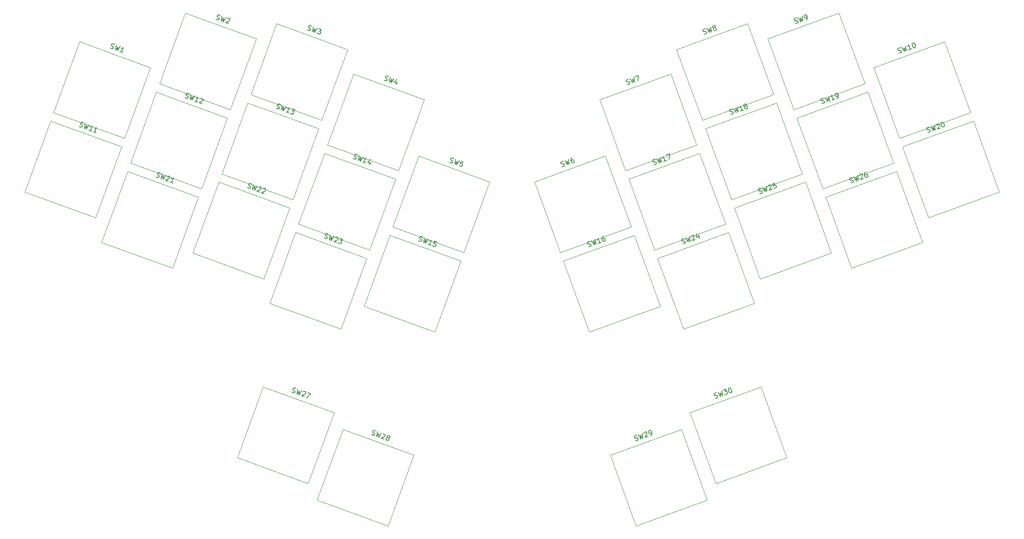
<source format=gbr>
%TF.GenerationSoftware,KiCad,Pcbnew,7.0.1*%
%TF.CreationDate,2024-06-17T16:10:21-04:00*%
%TF.ProjectId,goober-wi,676f6f62-6572-42d7-9769-2e6b69636164,rev?*%
%TF.SameCoordinates,Original*%
%TF.FileFunction,Legend,Top*%
%TF.FilePolarity,Positive*%
%FSLAX46Y46*%
G04 Gerber Fmt 4.6, Leading zero omitted, Abs format (unit mm)*
G04 Created by KiCad (PCBNEW 7.0.1) date 2024-06-17 16:10:21*
%MOMM*%
%LPD*%
G01*
G04 APERTURE LIST*
%ADD10C,0.150000*%
%ADD11C,0.120000*%
G04 APERTURE END LIST*
D10*
%TO.C,SW30*%
X184623416Y-124462722D02*
X184773944Y-124458609D01*
X184773944Y-124458609D02*
X184997681Y-124377175D01*
X184997681Y-124377175D02*
X185070888Y-124299855D01*
X185070888Y-124299855D02*
X185099349Y-124238821D01*
X185099349Y-124238821D02*
X185111523Y-124133040D01*
X185111523Y-124133040D02*
X185078950Y-124043545D01*
X185078950Y-124043545D02*
X185001629Y-123970337D01*
X185001629Y-123970337D02*
X184940595Y-123941877D01*
X184940595Y-123941877D02*
X184834814Y-123929703D01*
X184834814Y-123929703D02*
X184639538Y-123950102D01*
X184639538Y-123950102D02*
X184533757Y-123937928D01*
X184533757Y-123937928D02*
X184472723Y-123909468D01*
X184472723Y-123909468D02*
X184395402Y-123836260D01*
X184395402Y-123836260D02*
X184362829Y-123746765D01*
X184362829Y-123746765D02*
X184375003Y-123640984D01*
X184375003Y-123640984D02*
X184403463Y-123579950D01*
X184403463Y-123579950D02*
X184476671Y-123502629D01*
X184476671Y-123502629D02*
X184700408Y-123421196D01*
X184700408Y-123421196D02*
X184850936Y-123417083D01*
X185147880Y-123258329D02*
X185713637Y-124116589D01*
X185713637Y-124116589D02*
X185648326Y-123380233D01*
X185648326Y-123380233D02*
X186071615Y-123986295D01*
X186071615Y-123986295D02*
X185953331Y-122965169D01*
X186221815Y-122867449D02*
X186803529Y-122655722D01*
X186803529Y-122655722D02*
X186620592Y-123127707D01*
X186620592Y-123127707D02*
X186754833Y-123078847D01*
X186754833Y-123078847D02*
X186860615Y-123091021D01*
X186860615Y-123091021D02*
X186921649Y-123119482D01*
X186921649Y-123119482D02*
X186998969Y-123192690D01*
X186998969Y-123192690D02*
X187080403Y-123416426D01*
X187080403Y-123416426D02*
X187068229Y-123522207D01*
X187068229Y-123522207D02*
X187039768Y-123583241D01*
X187039768Y-123583241D02*
X186966560Y-123660562D01*
X186966560Y-123660562D02*
X186698077Y-123758282D01*
X186698077Y-123758282D02*
X186592295Y-123746108D01*
X186592295Y-123746108D02*
X186531261Y-123717647D01*
X187385244Y-122443996D02*
X187474738Y-122411422D01*
X187474738Y-122411422D02*
X187580519Y-122423596D01*
X187580519Y-122423596D02*
X187641553Y-122452057D01*
X187641553Y-122452057D02*
X187718874Y-122525265D01*
X187718874Y-122525265D02*
X187828768Y-122687967D01*
X187828768Y-122687967D02*
X187910201Y-122911703D01*
X187910201Y-122911703D02*
X187930601Y-123106979D01*
X187930601Y-123106979D02*
X187918427Y-123212760D01*
X187918427Y-123212760D02*
X187889966Y-123273794D01*
X187889966Y-123273794D02*
X187816758Y-123351115D01*
X187816758Y-123351115D02*
X187727264Y-123383688D01*
X187727264Y-123383688D02*
X187621483Y-123371514D01*
X187621483Y-123371514D02*
X187560449Y-123343054D01*
X187560449Y-123343054D02*
X187483128Y-123269846D01*
X187483128Y-123269846D02*
X187373234Y-123107144D01*
X187373234Y-123107144D02*
X187291801Y-122883407D01*
X187291801Y-122883407D02*
X187271401Y-122688131D01*
X187271401Y-122688131D02*
X187283575Y-122582350D01*
X187283575Y-122582350D02*
X187312036Y-122521316D01*
X187312036Y-122521316D02*
X187385244Y-122443996D01*
%TO.C,SW3*%
X102569905Y-50195773D02*
X102687860Y-50289381D01*
X102687860Y-50289381D02*
X102911597Y-50370814D01*
X102911597Y-50370814D02*
X103017378Y-50358640D01*
X103017378Y-50358640D02*
X103078412Y-50330179D01*
X103078412Y-50330179D02*
X103155732Y-50256972D01*
X103155732Y-50256972D02*
X103188306Y-50167477D01*
X103188306Y-50167477D02*
X103176132Y-50061696D01*
X103176132Y-50061696D02*
X103147671Y-50000662D01*
X103147671Y-50000662D02*
X103074463Y-49923341D01*
X103074463Y-49923341D02*
X102911761Y-49813447D01*
X102911761Y-49813447D02*
X102838553Y-49736127D01*
X102838553Y-49736127D02*
X102810092Y-49675093D01*
X102810092Y-49675093D02*
X102797919Y-49569312D01*
X102797919Y-49569312D02*
X102830492Y-49479817D01*
X102830492Y-49479817D02*
X102907813Y-49406609D01*
X102907813Y-49406609D02*
X102968846Y-49378149D01*
X102968846Y-49378149D02*
X103074628Y-49365975D01*
X103074628Y-49365975D02*
X103298364Y-49447408D01*
X103298364Y-49447408D02*
X103416319Y-49541015D01*
X103745837Y-49610275D02*
X103627553Y-50631401D01*
X103627553Y-50631401D02*
X104050842Y-50025338D01*
X104050842Y-50025338D02*
X103985531Y-50761694D01*
X103985531Y-50761694D02*
X104551288Y-49903435D01*
X104819771Y-50001155D02*
X105401486Y-50212882D01*
X105401486Y-50212882D02*
X104957961Y-50456853D01*
X104957961Y-50456853D02*
X105092203Y-50505713D01*
X105092203Y-50505713D02*
X105165411Y-50583034D01*
X105165411Y-50583034D02*
X105193872Y-50644068D01*
X105193872Y-50644068D02*
X105206045Y-50749849D01*
X105206045Y-50749849D02*
X105124612Y-50973585D01*
X105124612Y-50973585D02*
X105047291Y-51046793D01*
X105047291Y-51046793D02*
X104986258Y-51075254D01*
X104986258Y-51075254D02*
X104880476Y-51087428D01*
X104880476Y-51087428D02*
X104611993Y-50989707D01*
X104611993Y-50989707D02*
X104538785Y-50912387D01*
X104538785Y-50912387D02*
X104510324Y-50851353D01*
%TO.C,SW10*%
X221570973Y-54932743D02*
X221721501Y-54928630D01*
X221721501Y-54928630D02*
X221945238Y-54847196D01*
X221945238Y-54847196D02*
X222018445Y-54769876D01*
X222018445Y-54769876D02*
X222046906Y-54708842D01*
X222046906Y-54708842D02*
X222059080Y-54603061D01*
X222059080Y-54603061D02*
X222026507Y-54513566D01*
X222026507Y-54513566D02*
X221949186Y-54440358D01*
X221949186Y-54440358D02*
X221888152Y-54411898D01*
X221888152Y-54411898D02*
X221782371Y-54399724D01*
X221782371Y-54399724D02*
X221587095Y-54420123D01*
X221587095Y-54420123D02*
X221481314Y-54407949D01*
X221481314Y-54407949D02*
X221420280Y-54379489D01*
X221420280Y-54379489D02*
X221342959Y-54306281D01*
X221342959Y-54306281D02*
X221310386Y-54216786D01*
X221310386Y-54216786D02*
X221322560Y-54111005D01*
X221322560Y-54111005D02*
X221351020Y-54049971D01*
X221351020Y-54049971D02*
X221424228Y-53972650D01*
X221424228Y-53972650D02*
X221647965Y-53891217D01*
X221647965Y-53891217D02*
X221798493Y-53887104D01*
X222095437Y-53728350D02*
X222661194Y-54586610D01*
X222661194Y-54586610D02*
X222595883Y-53850254D01*
X222595883Y-53850254D02*
X223019172Y-54456316D01*
X223019172Y-54456316D02*
X222900888Y-53435190D01*
X224093106Y-54065436D02*
X223556139Y-54260876D01*
X223824623Y-54163156D02*
X223482603Y-53223464D01*
X223482603Y-53223464D02*
X223441968Y-53390279D01*
X223441968Y-53390279D02*
X223385047Y-53512347D01*
X223385047Y-53512347D02*
X223311839Y-53589667D01*
X224332801Y-52914017D02*
X224422295Y-52881443D01*
X224422295Y-52881443D02*
X224528076Y-52893617D01*
X224528076Y-52893617D02*
X224589110Y-52922078D01*
X224589110Y-52922078D02*
X224666431Y-52995286D01*
X224666431Y-52995286D02*
X224776325Y-53157988D01*
X224776325Y-53157988D02*
X224857758Y-53381724D01*
X224857758Y-53381724D02*
X224878158Y-53577000D01*
X224878158Y-53577000D02*
X224865984Y-53682781D01*
X224865984Y-53682781D02*
X224837523Y-53743815D01*
X224837523Y-53743815D02*
X224764315Y-53821136D01*
X224764315Y-53821136D02*
X224674821Y-53853709D01*
X224674821Y-53853709D02*
X224569040Y-53841535D01*
X224569040Y-53841535D02*
X224508006Y-53813075D01*
X224508006Y-53813075D02*
X224430685Y-53739867D01*
X224430685Y-53739867D02*
X224320791Y-53577165D01*
X224320791Y-53577165D02*
X224239358Y-53353428D01*
X224239358Y-53353428D02*
X224218958Y-53158152D01*
X224218958Y-53158152D02*
X224231132Y-53052371D01*
X224231132Y-53052371D02*
X224259593Y-52991337D01*
X224259593Y-52991337D02*
X224332801Y-52914017D01*
%TO.C,SW5*%
X131165931Y-76885795D02*
X131283886Y-76979403D01*
X131283886Y-76979403D02*
X131507623Y-77060836D01*
X131507623Y-77060836D02*
X131613404Y-77048662D01*
X131613404Y-77048662D02*
X131674438Y-77020201D01*
X131674438Y-77020201D02*
X131751758Y-76946994D01*
X131751758Y-76946994D02*
X131784332Y-76857499D01*
X131784332Y-76857499D02*
X131772158Y-76751718D01*
X131772158Y-76751718D02*
X131743697Y-76690684D01*
X131743697Y-76690684D02*
X131670489Y-76613363D01*
X131670489Y-76613363D02*
X131507787Y-76503469D01*
X131507787Y-76503469D02*
X131434579Y-76426149D01*
X131434579Y-76426149D02*
X131406118Y-76365115D01*
X131406118Y-76365115D02*
X131393945Y-76259334D01*
X131393945Y-76259334D02*
X131426518Y-76169839D01*
X131426518Y-76169839D02*
X131503839Y-76096631D01*
X131503839Y-76096631D02*
X131564872Y-76068171D01*
X131564872Y-76068171D02*
X131670654Y-76055997D01*
X131670654Y-76055997D02*
X131894390Y-76137430D01*
X131894390Y-76137430D02*
X132012345Y-76231037D01*
X132341863Y-76300297D02*
X132223579Y-77321423D01*
X132223579Y-77321423D02*
X132646868Y-76715360D01*
X132646868Y-76715360D02*
X132581557Y-77451716D01*
X132581557Y-77451716D02*
X133147314Y-76593457D01*
X133952764Y-76886617D02*
X133505292Y-76723750D01*
X133505292Y-76723750D02*
X133297678Y-77154936D01*
X133297678Y-77154936D02*
X133358712Y-77126476D01*
X133358712Y-77126476D02*
X133464493Y-77114302D01*
X133464493Y-77114302D02*
X133688229Y-77195735D01*
X133688229Y-77195735D02*
X133761437Y-77273056D01*
X133761437Y-77273056D02*
X133789898Y-77334090D01*
X133789898Y-77334090D02*
X133802071Y-77439871D01*
X133802071Y-77439871D02*
X133720638Y-77663607D01*
X133720638Y-77663607D02*
X133643317Y-77736815D01*
X133643317Y-77736815D02*
X133582284Y-77765276D01*
X133582284Y-77765276D02*
X133476502Y-77777450D01*
X133476502Y-77777450D02*
X133252766Y-77696016D01*
X133252766Y-77696016D02*
X133179558Y-77618696D01*
X133179558Y-77618696D02*
X133151097Y-77557662D01*
%TO.C,SW28*%
X115469028Y-131777513D02*
X115586983Y-131871121D01*
X115586983Y-131871121D02*
X115810719Y-131952554D01*
X115810719Y-131952554D02*
X115916501Y-131940380D01*
X115916501Y-131940380D02*
X115977535Y-131911919D01*
X115977535Y-131911919D02*
X116054855Y-131838712D01*
X116054855Y-131838712D02*
X116087429Y-131749217D01*
X116087429Y-131749217D02*
X116075255Y-131643436D01*
X116075255Y-131643436D02*
X116046794Y-131582402D01*
X116046794Y-131582402D02*
X115973586Y-131505081D01*
X115973586Y-131505081D02*
X115810884Y-131395187D01*
X115810884Y-131395187D02*
X115737676Y-131317867D01*
X115737676Y-131317867D02*
X115709215Y-131256833D01*
X115709215Y-131256833D02*
X115697041Y-131151052D01*
X115697041Y-131151052D02*
X115729615Y-131061557D01*
X115729615Y-131061557D02*
X115806935Y-130988349D01*
X115806935Y-130988349D02*
X115867969Y-130959889D01*
X115867969Y-130959889D02*
X115973751Y-130947715D01*
X115973751Y-130947715D02*
X116197487Y-131029148D01*
X116197487Y-131029148D02*
X116315442Y-131122755D01*
X116644960Y-131192015D02*
X116526676Y-132213141D01*
X116526676Y-132213141D02*
X116949965Y-131607078D01*
X116949965Y-131607078D02*
X116884654Y-132343434D01*
X116884654Y-132343434D02*
X117450410Y-131485175D01*
X117731068Y-131688676D02*
X117792102Y-131660216D01*
X117792102Y-131660216D02*
X117897883Y-131648042D01*
X117897883Y-131648042D02*
X118121619Y-131729475D01*
X118121619Y-131729475D02*
X118194827Y-131806796D01*
X118194827Y-131806796D02*
X118223288Y-131867830D01*
X118223288Y-131867830D02*
X118235462Y-131973611D01*
X118235462Y-131973611D02*
X118202888Y-132063105D01*
X118202888Y-132063105D02*
X118109281Y-132181060D01*
X118109281Y-132181060D02*
X117376874Y-132522588D01*
X117376874Y-132522588D02*
X117958588Y-132734314D01*
X118690996Y-132392787D02*
X118617788Y-132315467D01*
X118617788Y-132315467D02*
X118589327Y-132254433D01*
X118589327Y-132254433D02*
X118577153Y-132148651D01*
X118577153Y-132148651D02*
X118593440Y-132103904D01*
X118593440Y-132103904D02*
X118670760Y-132030696D01*
X118670760Y-132030696D02*
X118731794Y-132002236D01*
X118731794Y-132002236D02*
X118837576Y-131990062D01*
X118837576Y-131990062D02*
X119016565Y-132055208D01*
X119016565Y-132055208D02*
X119089773Y-132132529D01*
X119089773Y-132132529D02*
X119118233Y-132193563D01*
X119118233Y-132193563D02*
X119130407Y-132299344D01*
X119130407Y-132299344D02*
X119114120Y-132344091D01*
X119114120Y-132344091D02*
X119036800Y-132417299D01*
X119036800Y-132417299D02*
X118975766Y-132445760D01*
X118975766Y-132445760D02*
X118869985Y-132457934D01*
X118869985Y-132457934D02*
X118690996Y-132392787D01*
X118690996Y-132392787D02*
X118585214Y-132404961D01*
X118585214Y-132404961D02*
X118524180Y-132433422D01*
X118524180Y-132433422D02*
X118446860Y-132506630D01*
X118446860Y-132506630D02*
X118381713Y-132685619D01*
X118381713Y-132685619D02*
X118393887Y-132791400D01*
X118393887Y-132791400D02*
X118422348Y-132852434D01*
X118422348Y-132852434D02*
X118495555Y-132929754D01*
X118495555Y-132929754D02*
X118674545Y-132994901D01*
X118674545Y-132994901D02*
X118780326Y-132982727D01*
X118780326Y-132982727D02*
X118841360Y-132954267D01*
X118841360Y-132954267D02*
X118918680Y-132881059D01*
X118918680Y-132881059D02*
X118983827Y-132702070D01*
X118983827Y-132702070D02*
X118971653Y-132596288D01*
X118971653Y-132596288D02*
X118943192Y-132535254D01*
X118943192Y-132535254D02*
X118869985Y-132457934D01*
%TO.C,SW22*%
X90493747Y-81982455D02*
X90611702Y-82076063D01*
X90611702Y-82076063D02*
X90835438Y-82157496D01*
X90835438Y-82157496D02*
X90941220Y-82145322D01*
X90941220Y-82145322D02*
X91002254Y-82116861D01*
X91002254Y-82116861D02*
X91079574Y-82043654D01*
X91079574Y-82043654D02*
X91112148Y-81954159D01*
X91112148Y-81954159D02*
X91099974Y-81848378D01*
X91099974Y-81848378D02*
X91071513Y-81787344D01*
X91071513Y-81787344D02*
X90998305Y-81710023D01*
X90998305Y-81710023D02*
X90835603Y-81600129D01*
X90835603Y-81600129D02*
X90762395Y-81522809D01*
X90762395Y-81522809D02*
X90733934Y-81461775D01*
X90733934Y-81461775D02*
X90721760Y-81355994D01*
X90721760Y-81355994D02*
X90754334Y-81266499D01*
X90754334Y-81266499D02*
X90831654Y-81193291D01*
X90831654Y-81193291D02*
X90892688Y-81164831D01*
X90892688Y-81164831D02*
X90998470Y-81152657D01*
X90998470Y-81152657D02*
X91222206Y-81234090D01*
X91222206Y-81234090D02*
X91340161Y-81327697D01*
X91669679Y-81396957D02*
X91551395Y-82418083D01*
X91551395Y-82418083D02*
X91974684Y-81812020D01*
X91974684Y-81812020D02*
X91909373Y-82548376D01*
X91909373Y-82548376D02*
X92475129Y-81690117D01*
X92755787Y-81893618D02*
X92816821Y-81865158D01*
X92816821Y-81865158D02*
X92922602Y-81852984D01*
X92922602Y-81852984D02*
X93146338Y-81934417D01*
X93146338Y-81934417D02*
X93219546Y-82011738D01*
X93219546Y-82011738D02*
X93248007Y-82072772D01*
X93248007Y-82072772D02*
X93260181Y-82178553D01*
X93260181Y-82178553D02*
X93227607Y-82268047D01*
X93227607Y-82268047D02*
X93134000Y-82386002D01*
X93134000Y-82386002D02*
X92401593Y-82727530D01*
X92401593Y-82727530D02*
X92983307Y-82939256D01*
X93650732Y-82219352D02*
X93711766Y-82190891D01*
X93711766Y-82190891D02*
X93817547Y-82178717D01*
X93817547Y-82178717D02*
X94041284Y-82260150D01*
X94041284Y-82260150D02*
X94114492Y-82337471D01*
X94114492Y-82337471D02*
X94142952Y-82398505D01*
X94142952Y-82398505D02*
X94155126Y-82504286D01*
X94155126Y-82504286D02*
X94122553Y-82593781D01*
X94122553Y-82593781D02*
X94028945Y-82711736D01*
X94028945Y-82711736D02*
X93296538Y-83053263D01*
X93296538Y-83053263D02*
X93878253Y-83264990D01*
%TO.C,SW14*%
X111768971Y-76157736D02*
X111886926Y-76251344D01*
X111886926Y-76251344D02*
X112110662Y-76332777D01*
X112110662Y-76332777D02*
X112216444Y-76320603D01*
X112216444Y-76320603D02*
X112277478Y-76292142D01*
X112277478Y-76292142D02*
X112354798Y-76218935D01*
X112354798Y-76218935D02*
X112387372Y-76129440D01*
X112387372Y-76129440D02*
X112375198Y-76023659D01*
X112375198Y-76023659D02*
X112346737Y-75962625D01*
X112346737Y-75962625D02*
X112273529Y-75885304D01*
X112273529Y-75885304D02*
X112110827Y-75775410D01*
X112110827Y-75775410D02*
X112037619Y-75698090D01*
X112037619Y-75698090D02*
X112009158Y-75637056D01*
X112009158Y-75637056D02*
X111996984Y-75531275D01*
X111996984Y-75531275D02*
X112029558Y-75441780D01*
X112029558Y-75441780D02*
X112106878Y-75368572D01*
X112106878Y-75368572D02*
X112167912Y-75340112D01*
X112167912Y-75340112D02*
X112273694Y-75327938D01*
X112273694Y-75327938D02*
X112497430Y-75409371D01*
X112497430Y-75409371D02*
X112615385Y-75502978D01*
X112944903Y-75572238D02*
X112826619Y-76593364D01*
X112826619Y-76593364D02*
X113249908Y-75987301D01*
X113249908Y-75987301D02*
X113184597Y-76723657D01*
X113184597Y-76723657D02*
X113750353Y-75865398D01*
X114258531Y-77114537D02*
X113721564Y-76919097D01*
X113990048Y-77016817D02*
X114332068Y-76077125D01*
X114332068Y-76077125D02*
X114193713Y-76178793D01*
X114193713Y-76178793D02*
X114071645Y-76235714D01*
X114071645Y-76235714D02*
X113965864Y-76247888D01*
X115291995Y-76781236D02*
X115063982Y-77407697D01*
X115198553Y-76341824D02*
X114730516Y-76931600D01*
X114730516Y-76931600D02*
X115312231Y-77143327D01*
%TO.C,SW1*%
X62926628Y-53857822D02*
X63044583Y-53951430D01*
X63044583Y-53951430D02*
X63268320Y-54032863D01*
X63268320Y-54032863D02*
X63374101Y-54020689D01*
X63374101Y-54020689D02*
X63435135Y-53992228D01*
X63435135Y-53992228D02*
X63512455Y-53919021D01*
X63512455Y-53919021D02*
X63545029Y-53829526D01*
X63545029Y-53829526D02*
X63532855Y-53723745D01*
X63532855Y-53723745D02*
X63504394Y-53662711D01*
X63504394Y-53662711D02*
X63431186Y-53585390D01*
X63431186Y-53585390D02*
X63268484Y-53475496D01*
X63268484Y-53475496D02*
X63195276Y-53398176D01*
X63195276Y-53398176D02*
X63166815Y-53337142D01*
X63166815Y-53337142D02*
X63154642Y-53231361D01*
X63154642Y-53231361D02*
X63187215Y-53141866D01*
X63187215Y-53141866D02*
X63264536Y-53068658D01*
X63264536Y-53068658D02*
X63325569Y-53040198D01*
X63325569Y-53040198D02*
X63431351Y-53028024D01*
X63431351Y-53028024D02*
X63655087Y-53109457D01*
X63655087Y-53109457D02*
X63773042Y-53203064D01*
X64102560Y-53272324D02*
X63984276Y-54293450D01*
X63984276Y-54293450D02*
X64407565Y-53687387D01*
X64407565Y-53687387D02*
X64342254Y-54423743D01*
X64342254Y-54423743D02*
X64908011Y-53565484D01*
X65416188Y-54814623D02*
X64879221Y-54619183D01*
X65147705Y-54716903D02*
X65489725Y-53777211D01*
X65489725Y-53777211D02*
X65351370Y-53878879D01*
X65351370Y-53878879D02*
X65229302Y-53935800D01*
X65229302Y-53935800D02*
X65123521Y-53947974D01*
%TO.C,SW19*%
X206110091Y-65082799D02*
X206260619Y-65078686D01*
X206260619Y-65078686D02*
X206484356Y-64997252D01*
X206484356Y-64997252D02*
X206557563Y-64919932D01*
X206557563Y-64919932D02*
X206586024Y-64858898D01*
X206586024Y-64858898D02*
X206598198Y-64753117D01*
X206598198Y-64753117D02*
X206565625Y-64663622D01*
X206565625Y-64663622D02*
X206488304Y-64590414D01*
X206488304Y-64590414D02*
X206427270Y-64561954D01*
X206427270Y-64561954D02*
X206321489Y-64549780D01*
X206321489Y-64549780D02*
X206126213Y-64570179D01*
X206126213Y-64570179D02*
X206020432Y-64558005D01*
X206020432Y-64558005D02*
X205959398Y-64529545D01*
X205959398Y-64529545D02*
X205882077Y-64456337D01*
X205882077Y-64456337D02*
X205849504Y-64366842D01*
X205849504Y-64366842D02*
X205861678Y-64261061D01*
X205861678Y-64261061D02*
X205890138Y-64200027D01*
X205890138Y-64200027D02*
X205963346Y-64122706D01*
X205963346Y-64122706D02*
X206187083Y-64041273D01*
X206187083Y-64041273D02*
X206337611Y-64037160D01*
X206634555Y-63878406D02*
X207200312Y-64736666D01*
X207200312Y-64736666D02*
X207135001Y-64000310D01*
X207135001Y-64000310D02*
X207558290Y-64606372D01*
X207558290Y-64606372D02*
X207440006Y-63585246D01*
X208632224Y-64215492D02*
X208095257Y-64410932D01*
X208363741Y-64313212D02*
X208021721Y-63373520D01*
X208021721Y-63373520D02*
X207981086Y-63540335D01*
X207981086Y-63540335D02*
X207924165Y-63662403D01*
X207924165Y-63662403D02*
X207850957Y-63739723D01*
X209079697Y-64052625D02*
X209258686Y-63987479D01*
X209258686Y-63987479D02*
X209331894Y-63910158D01*
X209331894Y-63910158D02*
X209360355Y-63849124D01*
X209360355Y-63849124D02*
X209400989Y-63682309D01*
X209400989Y-63682309D02*
X209380590Y-63487033D01*
X209380590Y-63487033D02*
X209250296Y-63129055D01*
X209250296Y-63129055D02*
X209172976Y-63055847D01*
X209172976Y-63055847D02*
X209111942Y-63027387D01*
X209111942Y-63027387D02*
X209006160Y-63015213D01*
X209006160Y-63015213D02*
X208827171Y-63080359D01*
X208827171Y-63080359D02*
X208753964Y-63157680D01*
X208753964Y-63157680D02*
X208725503Y-63218714D01*
X208725503Y-63218714D02*
X208713329Y-63324495D01*
X208713329Y-63324495D02*
X208794762Y-63548231D01*
X208794762Y-63548231D02*
X208872083Y-63621439D01*
X208872083Y-63621439D02*
X208933117Y-63649900D01*
X208933117Y-63649900D02*
X209038898Y-63662074D01*
X209038898Y-63662074D02*
X209217887Y-63596927D01*
X209217887Y-63596927D02*
X209291095Y-63519607D01*
X209291095Y-63519607D02*
X209319556Y-63458573D01*
X209319556Y-63458573D02*
X209331730Y-63352791D01*
%TO.C,SW6*%
X153779143Y-77797849D02*
X153929671Y-77793736D01*
X153929671Y-77793736D02*
X154153408Y-77712302D01*
X154153408Y-77712302D02*
X154226616Y-77634982D01*
X154226616Y-77634982D02*
X154255076Y-77573948D01*
X154255076Y-77573948D02*
X154267250Y-77468167D01*
X154267250Y-77468167D02*
X154234677Y-77378672D01*
X154234677Y-77378672D02*
X154157356Y-77305464D01*
X154157356Y-77305464D02*
X154096322Y-77277004D01*
X154096322Y-77277004D02*
X153990541Y-77264830D01*
X153990541Y-77264830D02*
X153795265Y-77285229D01*
X153795265Y-77285229D02*
X153689484Y-77273055D01*
X153689484Y-77273055D02*
X153628450Y-77244595D01*
X153628450Y-77244595D02*
X153551129Y-77171387D01*
X153551129Y-77171387D02*
X153518556Y-77081892D01*
X153518556Y-77081892D02*
X153530730Y-76976111D01*
X153530730Y-76976111D02*
X153559191Y-76915077D01*
X153559191Y-76915077D02*
X153632398Y-76837757D01*
X153632398Y-76837757D02*
X153856135Y-76756323D01*
X153856135Y-76756323D02*
X154006663Y-76752210D01*
X154303608Y-76593456D02*
X154869364Y-77451716D01*
X154869364Y-77451716D02*
X154804053Y-76715360D01*
X154804053Y-76715360D02*
X155227342Y-77321422D01*
X155227342Y-77321422D02*
X155109058Y-76300296D01*
X155869762Y-76023423D02*
X155690773Y-76088570D01*
X155690773Y-76088570D02*
X155617565Y-76165890D01*
X155617565Y-76165890D02*
X155589104Y-76226924D01*
X155589104Y-76226924D02*
X155548470Y-76393739D01*
X155548470Y-76393739D02*
X155568869Y-76589015D01*
X155568869Y-76589015D02*
X155699163Y-76946993D01*
X155699163Y-76946993D02*
X155776483Y-77020201D01*
X155776483Y-77020201D02*
X155837517Y-77048662D01*
X155837517Y-77048662D02*
X155943298Y-77060836D01*
X155943298Y-77060836D02*
X156122287Y-76995689D01*
X156122287Y-76995689D02*
X156195495Y-76918368D01*
X156195495Y-76918368D02*
X156223956Y-76857334D01*
X156223956Y-76857334D02*
X156236130Y-76751553D01*
X156236130Y-76751553D02*
X156154696Y-76527817D01*
X156154696Y-76527817D02*
X156077376Y-76454609D01*
X156077376Y-76454609D02*
X156016342Y-76426148D01*
X156016342Y-76426148D02*
X155910561Y-76413974D01*
X155910561Y-76413974D02*
X155731572Y-76479121D01*
X155731572Y-76479121D02*
X155658364Y-76556442D01*
X155658364Y-76556442D02*
X155629903Y-76617476D01*
X155629903Y-76617476D02*
X155617729Y-76723257D01*
%TO.C,SW4*%
X118030787Y-60345829D02*
X118148742Y-60439437D01*
X118148742Y-60439437D02*
X118372479Y-60520870D01*
X118372479Y-60520870D02*
X118478260Y-60508696D01*
X118478260Y-60508696D02*
X118539294Y-60480235D01*
X118539294Y-60480235D02*
X118616614Y-60407028D01*
X118616614Y-60407028D02*
X118649188Y-60317533D01*
X118649188Y-60317533D02*
X118637014Y-60211752D01*
X118637014Y-60211752D02*
X118608553Y-60150718D01*
X118608553Y-60150718D02*
X118535345Y-60073397D01*
X118535345Y-60073397D02*
X118372643Y-59963503D01*
X118372643Y-59963503D02*
X118299435Y-59886183D01*
X118299435Y-59886183D02*
X118270974Y-59825149D01*
X118270974Y-59825149D02*
X118258801Y-59719368D01*
X118258801Y-59719368D02*
X118291374Y-59629873D01*
X118291374Y-59629873D02*
X118368695Y-59556665D01*
X118368695Y-59556665D02*
X118429728Y-59528205D01*
X118429728Y-59528205D02*
X118535510Y-59516031D01*
X118535510Y-59516031D02*
X118759246Y-59597464D01*
X118759246Y-59597464D02*
X118877201Y-59691071D01*
X119206719Y-59760331D02*
X119088435Y-60781457D01*
X119088435Y-60781457D02*
X119511724Y-60175394D01*
X119511724Y-60175394D02*
X119446413Y-60911750D01*
X119446413Y-60911750D02*
X120012170Y-60053491D01*
X120658866Y-60643595D02*
X120430853Y-61270057D01*
X120565423Y-60204184D02*
X120097387Y-60793959D01*
X120097387Y-60793959D02*
X120679101Y-61005686D01*
%TO.C,SW15*%
X124904116Y-92697702D02*
X125022071Y-92791310D01*
X125022071Y-92791310D02*
X125245807Y-92872743D01*
X125245807Y-92872743D02*
X125351589Y-92860569D01*
X125351589Y-92860569D02*
X125412623Y-92832108D01*
X125412623Y-92832108D02*
X125489943Y-92758901D01*
X125489943Y-92758901D02*
X125522517Y-92669406D01*
X125522517Y-92669406D02*
X125510343Y-92563625D01*
X125510343Y-92563625D02*
X125481882Y-92502591D01*
X125481882Y-92502591D02*
X125408674Y-92425270D01*
X125408674Y-92425270D02*
X125245972Y-92315376D01*
X125245972Y-92315376D02*
X125172764Y-92238056D01*
X125172764Y-92238056D02*
X125144303Y-92177022D01*
X125144303Y-92177022D02*
X125132129Y-92071241D01*
X125132129Y-92071241D02*
X125164703Y-91981746D01*
X125164703Y-91981746D02*
X125242023Y-91908538D01*
X125242023Y-91908538D02*
X125303057Y-91880078D01*
X125303057Y-91880078D02*
X125408839Y-91867904D01*
X125408839Y-91867904D02*
X125632575Y-91949337D01*
X125632575Y-91949337D02*
X125750530Y-92042944D01*
X126080048Y-92112204D02*
X125961764Y-93133330D01*
X125961764Y-93133330D02*
X126385053Y-92527267D01*
X126385053Y-92527267D02*
X126319742Y-93263623D01*
X126319742Y-93263623D02*
X126885498Y-92405364D01*
X127393676Y-93654503D02*
X126856709Y-93459063D01*
X127125193Y-93556783D02*
X127467213Y-92617091D01*
X127467213Y-92617091D02*
X127328858Y-92718759D01*
X127328858Y-92718759D02*
X127206790Y-92775680D01*
X127206790Y-92775680D02*
X127101009Y-92787854D01*
X128585894Y-93024257D02*
X128138422Y-92861391D01*
X128138422Y-92861391D02*
X127930808Y-93292577D01*
X127930808Y-93292577D02*
X127991842Y-93264116D01*
X127991842Y-93264116D02*
X128097623Y-93251942D01*
X128097623Y-93251942D02*
X128321359Y-93333376D01*
X128321359Y-93333376D02*
X128394567Y-93410696D01*
X128394567Y-93410696D02*
X128423028Y-93471730D01*
X128423028Y-93471730D02*
X128435202Y-93577511D01*
X128435202Y-93577511D02*
X128353768Y-93801248D01*
X128353768Y-93801248D02*
X128276448Y-93874456D01*
X128276448Y-93874456D02*
X128215414Y-93902916D01*
X128215414Y-93902916D02*
X128109633Y-93915090D01*
X128109633Y-93915090D02*
X127885896Y-93833657D01*
X127885896Y-93833657D02*
X127812688Y-93756336D01*
X127812688Y-93756336D02*
X127784228Y-93695302D01*
%TO.C,SW11*%
X56664813Y-69669730D02*
X56782768Y-69763338D01*
X56782768Y-69763338D02*
X57006504Y-69844771D01*
X57006504Y-69844771D02*
X57112286Y-69832597D01*
X57112286Y-69832597D02*
X57173320Y-69804136D01*
X57173320Y-69804136D02*
X57250640Y-69730929D01*
X57250640Y-69730929D02*
X57283214Y-69641434D01*
X57283214Y-69641434D02*
X57271040Y-69535653D01*
X57271040Y-69535653D02*
X57242579Y-69474619D01*
X57242579Y-69474619D02*
X57169371Y-69397298D01*
X57169371Y-69397298D02*
X57006669Y-69287404D01*
X57006669Y-69287404D02*
X56933461Y-69210084D01*
X56933461Y-69210084D02*
X56905000Y-69149050D01*
X56905000Y-69149050D02*
X56892826Y-69043269D01*
X56892826Y-69043269D02*
X56925400Y-68953774D01*
X56925400Y-68953774D02*
X57002720Y-68880566D01*
X57002720Y-68880566D02*
X57063754Y-68852106D01*
X57063754Y-68852106D02*
X57169536Y-68839932D01*
X57169536Y-68839932D02*
X57393272Y-68921365D01*
X57393272Y-68921365D02*
X57511227Y-69014972D01*
X57840745Y-69084232D02*
X57722461Y-70105358D01*
X57722461Y-70105358D02*
X58145750Y-69499295D01*
X58145750Y-69499295D02*
X58080439Y-70235651D01*
X58080439Y-70235651D02*
X58646195Y-69377392D01*
X59154373Y-70626531D02*
X58617406Y-70431091D01*
X58885890Y-70528811D02*
X59227910Y-69589119D01*
X59227910Y-69589119D02*
X59089555Y-69690787D01*
X59089555Y-69690787D02*
X58967487Y-69747708D01*
X58967487Y-69747708D02*
X58861706Y-69759882D01*
X60049319Y-70952265D02*
X59512351Y-70756825D01*
X59780835Y-70854545D02*
X60122855Y-69914852D01*
X60122855Y-69914852D02*
X59984501Y-70016521D01*
X59984501Y-70016521D02*
X59862433Y-70073442D01*
X59862433Y-70073442D02*
X59756651Y-70085616D01*
%TO.C,SW26*%
X211924434Y-81057574D02*
X212074962Y-81053461D01*
X212074962Y-81053461D02*
X212298699Y-80972027D01*
X212298699Y-80972027D02*
X212371906Y-80894707D01*
X212371906Y-80894707D02*
X212400367Y-80833673D01*
X212400367Y-80833673D02*
X212412541Y-80727892D01*
X212412541Y-80727892D02*
X212379968Y-80638397D01*
X212379968Y-80638397D02*
X212302647Y-80565189D01*
X212302647Y-80565189D02*
X212241613Y-80536729D01*
X212241613Y-80536729D02*
X212135832Y-80524555D01*
X212135832Y-80524555D02*
X211940556Y-80544954D01*
X211940556Y-80544954D02*
X211834775Y-80532780D01*
X211834775Y-80532780D02*
X211773741Y-80504320D01*
X211773741Y-80504320D02*
X211696420Y-80431112D01*
X211696420Y-80431112D02*
X211663847Y-80341617D01*
X211663847Y-80341617D02*
X211676021Y-80235836D01*
X211676021Y-80235836D02*
X211704481Y-80174802D01*
X211704481Y-80174802D02*
X211777689Y-80097481D01*
X211777689Y-80097481D02*
X212001426Y-80016048D01*
X212001426Y-80016048D02*
X212151954Y-80011935D01*
X212448898Y-79853181D02*
X213014655Y-80711441D01*
X213014655Y-80711441D02*
X212949344Y-79975085D01*
X212949344Y-79975085D02*
X213372633Y-80581147D01*
X213372633Y-80581147D02*
X213254349Y-79560021D01*
X213600153Y-79535509D02*
X213628614Y-79474475D01*
X213628614Y-79474475D02*
X213701822Y-79397155D01*
X213701822Y-79397155D02*
X213925558Y-79315721D01*
X213925558Y-79315721D02*
X214031339Y-79327895D01*
X214031339Y-79327895D02*
X214092373Y-79356356D01*
X214092373Y-79356356D02*
X214169694Y-79429564D01*
X214169694Y-79429564D02*
X214202267Y-79519058D01*
X214202267Y-79519058D02*
X214206380Y-79669587D01*
X214206380Y-79669587D02*
X213864853Y-80401994D01*
X213864853Y-80401994D02*
X214446567Y-80190267D01*
X214909998Y-78957414D02*
X214731009Y-79022561D01*
X214731009Y-79022561D02*
X214657801Y-79099882D01*
X214657801Y-79099882D02*
X214629340Y-79160916D01*
X214629340Y-79160916D02*
X214588706Y-79327731D01*
X214588706Y-79327731D02*
X214609105Y-79523006D01*
X214609105Y-79523006D02*
X214739399Y-79880985D01*
X214739399Y-79880985D02*
X214816719Y-79954193D01*
X214816719Y-79954193D02*
X214877753Y-79982653D01*
X214877753Y-79982653D02*
X214983535Y-79994827D01*
X214983535Y-79994827D02*
X215162524Y-79929680D01*
X215162524Y-79929680D02*
X215235731Y-79852360D01*
X215235731Y-79852360D02*
X215264192Y-79791326D01*
X215264192Y-79791326D02*
X215276366Y-79685545D01*
X215276366Y-79685545D02*
X215194933Y-79461808D01*
X215194933Y-79461808D02*
X215117612Y-79388600D01*
X215117612Y-79388600D02*
X215056578Y-79360140D01*
X215056578Y-79360140D02*
X214950797Y-79347966D01*
X214950797Y-79347966D02*
X214771808Y-79413113D01*
X214771808Y-79413113D02*
X214698600Y-79490433D01*
X214698600Y-79490433D02*
X214670139Y-79551467D01*
X214670139Y-79551467D02*
X214657965Y-79657248D01*
%TO.C,SW9*%
X200743222Y-48945158D02*
X200893750Y-48941045D01*
X200893750Y-48941045D02*
X201117487Y-48859611D01*
X201117487Y-48859611D02*
X201190695Y-48782291D01*
X201190695Y-48782291D02*
X201219155Y-48721257D01*
X201219155Y-48721257D02*
X201231329Y-48615476D01*
X201231329Y-48615476D02*
X201198756Y-48525981D01*
X201198756Y-48525981D02*
X201121435Y-48452773D01*
X201121435Y-48452773D02*
X201060401Y-48424313D01*
X201060401Y-48424313D02*
X200954620Y-48412139D01*
X200954620Y-48412139D02*
X200759344Y-48432538D01*
X200759344Y-48432538D02*
X200653563Y-48420364D01*
X200653563Y-48420364D02*
X200592529Y-48391904D01*
X200592529Y-48391904D02*
X200515208Y-48318696D01*
X200515208Y-48318696D02*
X200482635Y-48229201D01*
X200482635Y-48229201D02*
X200494809Y-48123420D01*
X200494809Y-48123420D02*
X200523270Y-48062386D01*
X200523270Y-48062386D02*
X200596477Y-47985066D01*
X200596477Y-47985066D02*
X200820214Y-47903632D01*
X200820214Y-47903632D02*
X200970742Y-47899519D01*
X201267687Y-47740765D02*
X201833443Y-48599025D01*
X201833443Y-48599025D02*
X201768132Y-47862669D01*
X201768132Y-47862669D02*
X202191421Y-48468731D01*
X202191421Y-48468731D02*
X202073137Y-47447605D01*
X202817883Y-48240718D02*
X202996872Y-48175571D01*
X202996872Y-48175571D02*
X203070080Y-48098251D01*
X203070080Y-48098251D02*
X203098540Y-48037217D01*
X203098540Y-48037217D02*
X203139175Y-47870402D01*
X203139175Y-47870402D02*
X203118775Y-47675126D01*
X203118775Y-47675126D02*
X202988482Y-47317148D01*
X202988482Y-47317148D02*
X202911161Y-47243940D01*
X202911161Y-47243940D02*
X202850127Y-47215479D01*
X202850127Y-47215479D02*
X202744346Y-47203305D01*
X202744346Y-47203305D02*
X202565357Y-47268452D01*
X202565357Y-47268452D02*
X202492149Y-47345773D01*
X202492149Y-47345773D02*
X202463689Y-47406807D01*
X202463689Y-47406807D02*
X202451515Y-47512588D01*
X202451515Y-47512588D02*
X202532948Y-47736324D01*
X202532948Y-47736324D02*
X202610269Y-47809532D01*
X202610269Y-47809532D02*
X202671303Y-47837993D01*
X202671303Y-47837993D02*
X202777084Y-47850166D01*
X202777084Y-47850166D02*
X202956073Y-47785020D01*
X202956073Y-47785020D02*
X203029281Y-47707699D01*
X203029281Y-47707699D02*
X203057741Y-47646665D01*
X203057741Y-47646665D02*
X203069915Y-47540884D01*
%TO.C,SW25*%
X193556381Y-83220243D02*
X193706909Y-83216130D01*
X193706909Y-83216130D02*
X193930646Y-83134696D01*
X193930646Y-83134696D02*
X194003853Y-83057376D01*
X194003853Y-83057376D02*
X194032314Y-82996342D01*
X194032314Y-82996342D02*
X194044488Y-82890561D01*
X194044488Y-82890561D02*
X194011915Y-82801066D01*
X194011915Y-82801066D02*
X193934594Y-82727858D01*
X193934594Y-82727858D02*
X193873560Y-82699398D01*
X193873560Y-82699398D02*
X193767779Y-82687224D01*
X193767779Y-82687224D02*
X193572503Y-82707623D01*
X193572503Y-82707623D02*
X193466722Y-82695449D01*
X193466722Y-82695449D02*
X193405688Y-82666989D01*
X193405688Y-82666989D02*
X193328367Y-82593781D01*
X193328367Y-82593781D02*
X193295794Y-82504286D01*
X193295794Y-82504286D02*
X193307968Y-82398505D01*
X193307968Y-82398505D02*
X193336428Y-82337471D01*
X193336428Y-82337471D02*
X193409636Y-82260150D01*
X193409636Y-82260150D02*
X193633373Y-82178717D01*
X193633373Y-82178717D02*
X193783901Y-82174604D01*
X194080845Y-82015850D02*
X194646602Y-82874110D01*
X194646602Y-82874110D02*
X194581291Y-82137754D01*
X194581291Y-82137754D02*
X195004580Y-82743816D01*
X195004580Y-82743816D02*
X194886296Y-81722690D01*
X195232100Y-81698178D02*
X195260561Y-81637144D01*
X195260561Y-81637144D02*
X195333769Y-81559824D01*
X195333769Y-81559824D02*
X195557505Y-81478390D01*
X195557505Y-81478390D02*
X195663286Y-81490564D01*
X195663286Y-81490564D02*
X195724320Y-81519025D01*
X195724320Y-81519025D02*
X195801641Y-81592233D01*
X195801641Y-81592233D02*
X195834214Y-81681727D01*
X195834214Y-81681727D02*
X195838327Y-81832256D01*
X195838327Y-81832256D02*
X195496800Y-82564663D01*
X195496800Y-82564663D02*
X196078514Y-82352936D01*
X196586692Y-81103797D02*
X196139220Y-81266663D01*
X196139220Y-81266663D02*
X196257339Y-81730423D01*
X196257339Y-81730423D02*
X196285800Y-81669389D01*
X196285800Y-81669389D02*
X196359007Y-81592068D01*
X196359007Y-81592068D02*
X196582744Y-81510635D01*
X196582744Y-81510635D02*
X196688525Y-81522809D01*
X196688525Y-81522809D02*
X196749559Y-81551269D01*
X196749559Y-81551269D02*
X196826880Y-81624477D01*
X196826880Y-81624477D02*
X196908313Y-81848214D01*
X196908313Y-81848214D02*
X196896139Y-81953995D01*
X196896139Y-81953995D02*
X196867678Y-82015029D01*
X196867678Y-82015029D02*
X196794471Y-82092349D01*
X196794471Y-82092349D02*
X196570734Y-82173783D01*
X196570734Y-82173783D02*
X196464953Y-82161609D01*
X196464953Y-82161609D02*
X196403919Y-82133148D01*
%TO.C,SW8*%
X182375169Y-51107827D02*
X182525697Y-51103714D01*
X182525697Y-51103714D02*
X182749434Y-51022280D01*
X182749434Y-51022280D02*
X182822642Y-50944960D01*
X182822642Y-50944960D02*
X182851102Y-50883926D01*
X182851102Y-50883926D02*
X182863276Y-50778145D01*
X182863276Y-50778145D02*
X182830703Y-50688650D01*
X182830703Y-50688650D02*
X182753382Y-50615442D01*
X182753382Y-50615442D02*
X182692348Y-50586982D01*
X182692348Y-50586982D02*
X182586567Y-50574808D01*
X182586567Y-50574808D02*
X182391291Y-50595207D01*
X182391291Y-50595207D02*
X182285510Y-50583033D01*
X182285510Y-50583033D02*
X182224476Y-50554573D01*
X182224476Y-50554573D02*
X182147155Y-50481365D01*
X182147155Y-50481365D02*
X182114582Y-50391870D01*
X182114582Y-50391870D02*
X182126756Y-50286089D01*
X182126756Y-50286089D02*
X182155217Y-50225055D01*
X182155217Y-50225055D02*
X182228424Y-50147735D01*
X182228424Y-50147735D02*
X182452161Y-50066301D01*
X182452161Y-50066301D02*
X182602689Y-50062188D01*
X182899634Y-49903434D02*
X183465390Y-50761694D01*
X183465390Y-50761694D02*
X183400079Y-50025338D01*
X183400079Y-50025338D02*
X183823368Y-50631400D01*
X183823368Y-50631400D02*
X183705084Y-49610274D01*
X184343884Y-49833846D02*
X184238103Y-49821672D01*
X184238103Y-49821672D02*
X184177069Y-49793212D01*
X184177069Y-49793212D02*
X184099748Y-49720004D01*
X184099748Y-49720004D02*
X184083462Y-49675257D01*
X184083462Y-49675257D02*
X184095636Y-49569476D01*
X184095636Y-49569476D02*
X184124096Y-49508442D01*
X184124096Y-49508442D02*
X184197304Y-49431121D01*
X184197304Y-49431121D02*
X184376293Y-49365974D01*
X184376293Y-49365974D02*
X184482074Y-49378148D01*
X184482074Y-49378148D02*
X184543108Y-49406609D01*
X184543108Y-49406609D02*
X184620429Y-49479817D01*
X184620429Y-49479817D02*
X184636716Y-49524564D01*
X184636716Y-49524564D02*
X184624542Y-49630345D01*
X184624542Y-49630345D02*
X184596081Y-49691379D01*
X184596081Y-49691379D02*
X184522873Y-49768700D01*
X184522873Y-49768700D02*
X184343884Y-49833846D01*
X184343884Y-49833846D02*
X184270676Y-49911167D01*
X184270676Y-49911167D02*
X184242216Y-49972201D01*
X184242216Y-49972201D02*
X184230042Y-50077982D01*
X184230042Y-50077982D02*
X184295189Y-50256971D01*
X184295189Y-50256971D02*
X184372509Y-50330179D01*
X184372509Y-50330179D02*
X184433543Y-50358640D01*
X184433543Y-50358640D02*
X184539324Y-50370814D01*
X184539324Y-50370814D02*
X184718313Y-50305667D01*
X184718313Y-50305667D02*
X184791521Y-50228346D01*
X184791521Y-50228346D02*
X184819982Y-50167312D01*
X184819982Y-50167312D02*
X184832156Y-50061531D01*
X184832156Y-50061531D02*
X184767009Y-49882542D01*
X184767009Y-49882542D02*
X184689688Y-49809334D01*
X184689688Y-49809334D02*
X184628654Y-49780874D01*
X184628654Y-49780874D02*
X184522873Y-49768700D01*
%TO.C,SW24*%
X178095499Y-93370299D02*
X178246027Y-93366186D01*
X178246027Y-93366186D02*
X178469764Y-93284752D01*
X178469764Y-93284752D02*
X178542971Y-93207432D01*
X178542971Y-93207432D02*
X178571432Y-93146398D01*
X178571432Y-93146398D02*
X178583606Y-93040617D01*
X178583606Y-93040617D02*
X178551033Y-92951122D01*
X178551033Y-92951122D02*
X178473712Y-92877914D01*
X178473712Y-92877914D02*
X178412678Y-92849454D01*
X178412678Y-92849454D02*
X178306897Y-92837280D01*
X178306897Y-92837280D02*
X178111621Y-92857679D01*
X178111621Y-92857679D02*
X178005840Y-92845505D01*
X178005840Y-92845505D02*
X177944806Y-92817045D01*
X177944806Y-92817045D02*
X177867485Y-92743837D01*
X177867485Y-92743837D02*
X177834912Y-92654342D01*
X177834912Y-92654342D02*
X177847086Y-92548561D01*
X177847086Y-92548561D02*
X177875546Y-92487527D01*
X177875546Y-92487527D02*
X177948754Y-92410206D01*
X177948754Y-92410206D02*
X178172491Y-92328773D01*
X178172491Y-92328773D02*
X178323019Y-92324660D01*
X178619963Y-92165906D02*
X179185720Y-93024166D01*
X179185720Y-93024166D02*
X179120409Y-92287810D01*
X179120409Y-92287810D02*
X179543698Y-92893872D01*
X179543698Y-92893872D02*
X179425414Y-91872746D01*
X179771218Y-91848234D02*
X179799679Y-91787200D01*
X179799679Y-91787200D02*
X179872887Y-91709880D01*
X179872887Y-91709880D02*
X180096623Y-91628446D01*
X180096623Y-91628446D02*
X180202404Y-91640620D01*
X180202404Y-91640620D02*
X180263438Y-91669081D01*
X180263438Y-91669081D02*
X180340759Y-91742289D01*
X180340759Y-91742289D02*
X180373332Y-91831783D01*
X180373332Y-91831783D02*
X180377445Y-91982312D01*
X180377445Y-91982312D02*
X180035918Y-92714719D01*
X180035918Y-92714719D02*
X180617632Y-92502992D01*
X181195070Y-91583370D02*
X181423083Y-92209832D01*
X180841040Y-91306825D02*
X180861604Y-92059468D01*
X180861604Y-92059468D02*
X181443318Y-91847741D01*
%TO.C,SW17*%
X172281157Y-77395524D02*
X172431685Y-77391411D01*
X172431685Y-77391411D02*
X172655422Y-77309977D01*
X172655422Y-77309977D02*
X172728629Y-77232657D01*
X172728629Y-77232657D02*
X172757090Y-77171623D01*
X172757090Y-77171623D02*
X172769264Y-77065842D01*
X172769264Y-77065842D02*
X172736691Y-76976347D01*
X172736691Y-76976347D02*
X172659370Y-76903139D01*
X172659370Y-76903139D02*
X172598336Y-76874679D01*
X172598336Y-76874679D02*
X172492555Y-76862505D01*
X172492555Y-76862505D02*
X172297279Y-76882904D01*
X172297279Y-76882904D02*
X172191498Y-76870730D01*
X172191498Y-76870730D02*
X172130464Y-76842270D01*
X172130464Y-76842270D02*
X172053143Y-76769062D01*
X172053143Y-76769062D02*
X172020570Y-76679567D01*
X172020570Y-76679567D02*
X172032744Y-76573786D01*
X172032744Y-76573786D02*
X172061204Y-76512752D01*
X172061204Y-76512752D02*
X172134412Y-76435431D01*
X172134412Y-76435431D02*
X172358149Y-76353998D01*
X172358149Y-76353998D02*
X172508677Y-76349885D01*
X172805621Y-76191131D02*
X173371378Y-77049391D01*
X173371378Y-77049391D02*
X173306067Y-76313035D01*
X173306067Y-76313035D02*
X173729356Y-76919097D01*
X173729356Y-76919097D02*
X173611072Y-75897971D01*
X174803290Y-76528217D02*
X174266323Y-76723657D01*
X174534807Y-76625937D02*
X174192787Y-75686245D01*
X174192787Y-75686245D02*
X174152152Y-75853060D01*
X174152152Y-75853060D02*
X174095231Y-75975128D01*
X174095231Y-75975128D02*
X174022023Y-76052448D01*
X174774501Y-75474518D02*
X175400963Y-75246504D01*
X175400963Y-75246504D02*
X175340258Y-76332777D01*
%TO.C,SW27*%
X99426712Y-123224934D02*
X99544667Y-123318542D01*
X99544667Y-123318542D02*
X99768403Y-123399975D01*
X99768403Y-123399975D02*
X99874185Y-123387801D01*
X99874185Y-123387801D02*
X99935219Y-123359340D01*
X99935219Y-123359340D02*
X100012539Y-123286133D01*
X100012539Y-123286133D02*
X100045113Y-123196638D01*
X100045113Y-123196638D02*
X100032939Y-123090857D01*
X100032939Y-123090857D02*
X100004478Y-123029823D01*
X100004478Y-123029823D02*
X99931270Y-122952502D01*
X99931270Y-122952502D02*
X99768568Y-122842608D01*
X99768568Y-122842608D02*
X99695360Y-122765288D01*
X99695360Y-122765288D02*
X99666899Y-122704254D01*
X99666899Y-122704254D02*
X99654725Y-122598473D01*
X99654725Y-122598473D02*
X99687299Y-122508978D01*
X99687299Y-122508978D02*
X99764619Y-122435770D01*
X99764619Y-122435770D02*
X99825653Y-122407310D01*
X99825653Y-122407310D02*
X99931435Y-122395136D01*
X99931435Y-122395136D02*
X100155171Y-122476569D01*
X100155171Y-122476569D02*
X100273126Y-122570176D01*
X100602644Y-122639436D02*
X100484360Y-123660562D01*
X100484360Y-123660562D02*
X100907649Y-123054499D01*
X100907649Y-123054499D02*
X100842338Y-123790855D01*
X100842338Y-123790855D02*
X101408094Y-122932596D01*
X101688752Y-123136097D02*
X101749786Y-123107637D01*
X101749786Y-123107637D02*
X101855567Y-123095463D01*
X101855567Y-123095463D02*
X102079303Y-123176896D01*
X102079303Y-123176896D02*
X102152511Y-123254217D01*
X102152511Y-123254217D02*
X102180972Y-123315251D01*
X102180972Y-123315251D02*
X102193146Y-123421032D01*
X102193146Y-123421032D02*
X102160572Y-123510526D01*
X102160572Y-123510526D02*
X102066965Y-123628481D01*
X102066965Y-123628481D02*
X101334558Y-123970009D01*
X101334558Y-123970009D02*
X101916272Y-124181735D01*
X102571523Y-123356049D02*
X103197985Y-123584063D01*
X103197985Y-123584063D02*
X102453239Y-124377175D01*
%TO.C,SW29*%
X168581100Y-133015301D02*
X168731628Y-133011188D01*
X168731628Y-133011188D02*
X168955365Y-132929754D01*
X168955365Y-132929754D02*
X169028572Y-132852434D01*
X169028572Y-132852434D02*
X169057033Y-132791400D01*
X169057033Y-132791400D02*
X169069207Y-132685619D01*
X169069207Y-132685619D02*
X169036634Y-132596124D01*
X169036634Y-132596124D02*
X168959313Y-132522916D01*
X168959313Y-132522916D02*
X168898279Y-132494456D01*
X168898279Y-132494456D02*
X168792498Y-132482282D01*
X168792498Y-132482282D02*
X168597222Y-132502681D01*
X168597222Y-132502681D02*
X168491441Y-132490507D01*
X168491441Y-132490507D02*
X168430407Y-132462047D01*
X168430407Y-132462047D02*
X168353086Y-132388839D01*
X168353086Y-132388839D02*
X168320513Y-132299344D01*
X168320513Y-132299344D02*
X168332687Y-132193563D01*
X168332687Y-132193563D02*
X168361147Y-132132529D01*
X168361147Y-132132529D02*
X168434355Y-132055208D01*
X168434355Y-132055208D02*
X168658092Y-131973775D01*
X168658092Y-131973775D02*
X168808620Y-131969662D01*
X169105564Y-131810908D02*
X169671321Y-132669168D01*
X169671321Y-132669168D02*
X169606010Y-131932812D01*
X169606010Y-131932812D02*
X170029299Y-132538874D01*
X170029299Y-132538874D02*
X169911015Y-131517748D01*
X170256819Y-131493236D02*
X170285280Y-131432202D01*
X170285280Y-131432202D02*
X170358488Y-131354882D01*
X170358488Y-131354882D02*
X170582224Y-131273448D01*
X170582224Y-131273448D02*
X170688005Y-131285622D01*
X170688005Y-131285622D02*
X170749039Y-131314083D01*
X170749039Y-131314083D02*
X170826360Y-131387291D01*
X170826360Y-131387291D02*
X170858933Y-131476785D01*
X170858933Y-131476785D02*
X170863046Y-131627314D01*
X170863046Y-131627314D02*
X170521519Y-132359721D01*
X170521519Y-132359721D02*
X171103233Y-132147994D01*
X171550706Y-131985127D02*
X171729695Y-131919981D01*
X171729695Y-131919981D02*
X171802903Y-131842660D01*
X171802903Y-131842660D02*
X171831364Y-131781626D01*
X171831364Y-131781626D02*
X171871998Y-131614811D01*
X171871998Y-131614811D02*
X171851599Y-131419535D01*
X171851599Y-131419535D02*
X171721305Y-131061557D01*
X171721305Y-131061557D02*
X171643985Y-130988349D01*
X171643985Y-130988349D02*
X171582951Y-130959889D01*
X171582951Y-130959889D02*
X171477169Y-130947715D01*
X171477169Y-130947715D02*
X171298180Y-131012861D01*
X171298180Y-131012861D02*
X171224973Y-131090182D01*
X171224973Y-131090182D02*
X171196512Y-131151216D01*
X171196512Y-131151216D02*
X171184338Y-131256997D01*
X171184338Y-131256997D02*
X171265771Y-131480733D01*
X171265771Y-131480733D02*
X171343092Y-131553941D01*
X171343092Y-131553941D02*
X171404126Y-131582402D01*
X171404126Y-131582402D02*
X171509907Y-131594576D01*
X171509907Y-131594576D02*
X171688896Y-131529429D01*
X171688896Y-131529429D02*
X171762104Y-131452109D01*
X171762104Y-131452109D02*
X171790565Y-131391075D01*
X171790565Y-131391075D02*
X171802739Y-131285293D01*
%TO.C,SW23*%
X105954629Y-92132511D02*
X106072584Y-92226119D01*
X106072584Y-92226119D02*
X106296320Y-92307552D01*
X106296320Y-92307552D02*
X106402102Y-92295378D01*
X106402102Y-92295378D02*
X106463136Y-92266917D01*
X106463136Y-92266917D02*
X106540456Y-92193710D01*
X106540456Y-92193710D02*
X106573030Y-92104215D01*
X106573030Y-92104215D02*
X106560856Y-91998434D01*
X106560856Y-91998434D02*
X106532395Y-91937400D01*
X106532395Y-91937400D02*
X106459187Y-91860079D01*
X106459187Y-91860079D02*
X106296485Y-91750185D01*
X106296485Y-91750185D02*
X106223277Y-91672865D01*
X106223277Y-91672865D02*
X106194816Y-91611831D01*
X106194816Y-91611831D02*
X106182642Y-91506050D01*
X106182642Y-91506050D02*
X106215216Y-91416555D01*
X106215216Y-91416555D02*
X106292536Y-91343347D01*
X106292536Y-91343347D02*
X106353570Y-91314887D01*
X106353570Y-91314887D02*
X106459352Y-91302713D01*
X106459352Y-91302713D02*
X106683088Y-91384146D01*
X106683088Y-91384146D02*
X106801043Y-91477753D01*
X107130561Y-91547013D02*
X107012277Y-92568139D01*
X107012277Y-92568139D02*
X107435566Y-91962076D01*
X107435566Y-91962076D02*
X107370255Y-92698432D01*
X107370255Y-92698432D02*
X107936011Y-91840173D01*
X108216669Y-92043674D02*
X108277703Y-92015214D01*
X108277703Y-92015214D02*
X108383484Y-92003040D01*
X108383484Y-92003040D02*
X108607220Y-92084473D01*
X108607220Y-92084473D02*
X108680428Y-92161794D01*
X108680428Y-92161794D02*
X108708889Y-92222828D01*
X108708889Y-92222828D02*
X108721063Y-92328609D01*
X108721063Y-92328609D02*
X108688489Y-92418103D01*
X108688489Y-92418103D02*
X108594882Y-92536058D01*
X108594882Y-92536058D02*
X107862475Y-92877586D01*
X107862475Y-92877586D02*
X108444189Y-93089312D01*
X109099440Y-92263626D02*
X109681155Y-92475353D01*
X109681155Y-92475353D02*
X109237630Y-92719325D01*
X109237630Y-92719325D02*
X109371872Y-92768185D01*
X109371872Y-92768185D02*
X109445080Y-92845505D01*
X109445080Y-92845505D02*
X109473541Y-92906539D01*
X109473541Y-92906539D02*
X109485715Y-93012320D01*
X109485715Y-93012320D02*
X109404281Y-93236057D01*
X109404281Y-93236057D02*
X109326961Y-93309265D01*
X109326961Y-93309265D02*
X109265927Y-93337725D01*
X109265927Y-93337725D02*
X109160146Y-93349899D01*
X109160146Y-93349899D02*
X108891662Y-93252179D01*
X108891662Y-93252179D02*
X108818454Y-93174858D01*
X108818454Y-93174858D02*
X108789993Y-93113824D01*
%TO.C,SW13*%
X96308090Y-66007680D02*
X96426045Y-66101288D01*
X96426045Y-66101288D02*
X96649781Y-66182721D01*
X96649781Y-66182721D02*
X96755563Y-66170547D01*
X96755563Y-66170547D02*
X96816597Y-66142086D01*
X96816597Y-66142086D02*
X96893917Y-66068879D01*
X96893917Y-66068879D02*
X96926491Y-65979384D01*
X96926491Y-65979384D02*
X96914317Y-65873603D01*
X96914317Y-65873603D02*
X96885856Y-65812569D01*
X96885856Y-65812569D02*
X96812648Y-65735248D01*
X96812648Y-65735248D02*
X96649946Y-65625354D01*
X96649946Y-65625354D02*
X96576738Y-65548034D01*
X96576738Y-65548034D02*
X96548277Y-65487000D01*
X96548277Y-65487000D02*
X96536103Y-65381219D01*
X96536103Y-65381219D02*
X96568677Y-65291724D01*
X96568677Y-65291724D02*
X96645997Y-65218516D01*
X96645997Y-65218516D02*
X96707031Y-65190056D01*
X96707031Y-65190056D02*
X96812813Y-65177882D01*
X96812813Y-65177882D02*
X97036549Y-65259315D01*
X97036549Y-65259315D02*
X97154504Y-65352922D01*
X97484022Y-65422182D02*
X97365738Y-66443308D01*
X97365738Y-66443308D02*
X97789027Y-65837245D01*
X97789027Y-65837245D02*
X97723716Y-66573601D01*
X97723716Y-66573601D02*
X98289472Y-65715342D01*
X98797650Y-66964481D02*
X98260683Y-66769041D01*
X98529167Y-66866761D02*
X98871187Y-65927069D01*
X98871187Y-65927069D02*
X98732832Y-66028737D01*
X98732832Y-66028737D02*
X98610764Y-66085658D01*
X98610764Y-66085658D02*
X98504983Y-66097832D01*
X99452901Y-66138795D02*
X100034616Y-66350522D01*
X100034616Y-66350522D02*
X99591091Y-66594494D01*
X99591091Y-66594494D02*
X99725333Y-66643354D01*
X99725333Y-66643354D02*
X99798541Y-66720674D01*
X99798541Y-66720674D02*
X99827002Y-66781708D01*
X99827002Y-66781708D02*
X99839176Y-66887489D01*
X99839176Y-66887489D02*
X99757742Y-67111226D01*
X99757742Y-67111226D02*
X99680422Y-67184434D01*
X99680422Y-67184434D02*
X99619388Y-67212894D01*
X99619388Y-67212894D02*
X99513607Y-67225068D01*
X99513607Y-67225068D02*
X99245123Y-67127348D01*
X99245123Y-67127348D02*
X99171915Y-67050027D01*
X99171915Y-67050027D02*
X99143454Y-66988993D01*
%TO.C,SW18*%
X187742038Y-67245468D02*
X187892566Y-67241355D01*
X187892566Y-67241355D02*
X188116303Y-67159921D01*
X188116303Y-67159921D02*
X188189510Y-67082601D01*
X188189510Y-67082601D02*
X188217971Y-67021567D01*
X188217971Y-67021567D02*
X188230145Y-66915786D01*
X188230145Y-66915786D02*
X188197572Y-66826291D01*
X188197572Y-66826291D02*
X188120251Y-66753083D01*
X188120251Y-66753083D02*
X188059217Y-66724623D01*
X188059217Y-66724623D02*
X187953436Y-66712449D01*
X187953436Y-66712449D02*
X187758160Y-66732848D01*
X187758160Y-66732848D02*
X187652379Y-66720674D01*
X187652379Y-66720674D02*
X187591345Y-66692214D01*
X187591345Y-66692214D02*
X187514024Y-66619006D01*
X187514024Y-66619006D02*
X187481451Y-66529511D01*
X187481451Y-66529511D02*
X187493625Y-66423730D01*
X187493625Y-66423730D02*
X187522085Y-66362696D01*
X187522085Y-66362696D02*
X187595293Y-66285375D01*
X187595293Y-66285375D02*
X187819030Y-66203942D01*
X187819030Y-66203942D02*
X187969558Y-66199829D01*
X188266502Y-66041075D02*
X188832259Y-66899335D01*
X188832259Y-66899335D02*
X188766948Y-66162979D01*
X188766948Y-66162979D02*
X189190237Y-66769041D01*
X189190237Y-66769041D02*
X189071953Y-65747915D01*
X190264171Y-66378161D02*
X189727204Y-66573601D01*
X189995688Y-66475881D02*
X189653668Y-65536189D01*
X189653668Y-65536189D02*
X189613033Y-65703004D01*
X189613033Y-65703004D02*
X189556112Y-65825072D01*
X189556112Y-65825072D02*
X189482904Y-65902392D01*
X190605698Y-65645754D02*
X190499917Y-65633580D01*
X190499917Y-65633580D02*
X190438883Y-65605119D01*
X190438883Y-65605119D02*
X190361563Y-65531911D01*
X190361563Y-65531911D02*
X190345276Y-65487164D01*
X190345276Y-65487164D02*
X190357450Y-65381383D01*
X190357450Y-65381383D02*
X190385911Y-65320349D01*
X190385911Y-65320349D02*
X190459118Y-65243028D01*
X190459118Y-65243028D02*
X190638107Y-65177882D01*
X190638107Y-65177882D02*
X190743889Y-65190056D01*
X190743889Y-65190056D02*
X190804923Y-65218516D01*
X190804923Y-65218516D02*
X190882243Y-65291724D01*
X190882243Y-65291724D02*
X190898530Y-65336471D01*
X190898530Y-65336471D02*
X190886356Y-65442253D01*
X190886356Y-65442253D02*
X190857895Y-65503286D01*
X190857895Y-65503286D02*
X190784688Y-65580607D01*
X190784688Y-65580607D02*
X190605698Y-65645754D01*
X190605698Y-65645754D02*
X190532491Y-65723074D01*
X190532491Y-65723074D02*
X190504030Y-65784108D01*
X190504030Y-65784108D02*
X190491856Y-65889890D01*
X190491856Y-65889890D02*
X190557003Y-66068879D01*
X190557003Y-66068879D02*
X190634323Y-66142087D01*
X190634323Y-66142087D02*
X190695357Y-66170547D01*
X190695357Y-66170547D02*
X190801139Y-66182721D01*
X190801139Y-66182721D02*
X190980128Y-66117574D01*
X190980128Y-66117574D02*
X191053335Y-66040254D01*
X191053335Y-66040254D02*
X191081796Y-65979220D01*
X191081796Y-65979220D02*
X191093970Y-65873439D01*
X191093970Y-65873439D02*
X191028823Y-65694449D01*
X191028823Y-65694449D02*
X190951503Y-65621242D01*
X190951503Y-65621242D02*
X190890469Y-65592781D01*
X190890469Y-65592781D02*
X190784688Y-65580607D01*
%TO.C,SW21*%
X72125694Y-79819786D02*
X72243649Y-79913394D01*
X72243649Y-79913394D02*
X72467385Y-79994827D01*
X72467385Y-79994827D02*
X72573167Y-79982653D01*
X72573167Y-79982653D02*
X72634201Y-79954192D01*
X72634201Y-79954192D02*
X72711521Y-79880985D01*
X72711521Y-79880985D02*
X72744095Y-79791490D01*
X72744095Y-79791490D02*
X72731921Y-79685709D01*
X72731921Y-79685709D02*
X72703460Y-79624675D01*
X72703460Y-79624675D02*
X72630252Y-79547354D01*
X72630252Y-79547354D02*
X72467550Y-79437460D01*
X72467550Y-79437460D02*
X72394342Y-79360140D01*
X72394342Y-79360140D02*
X72365881Y-79299106D01*
X72365881Y-79299106D02*
X72353707Y-79193325D01*
X72353707Y-79193325D02*
X72386281Y-79103830D01*
X72386281Y-79103830D02*
X72463601Y-79030622D01*
X72463601Y-79030622D02*
X72524635Y-79002162D01*
X72524635Y-79002162D02*
X72630417Y-78989988D01*
X72630417Y-78989988D02*
X72854153Y-79071421D01*
X72854153Y-79071421D02*
X72972108Y-79165028D01*
X73301626Y-79234288D02*
X73183342Y-80255414D01*
X73183342Y-80255414D02*
X73606631Y-79649351D01*
X73606631Y-79649351D02*
X73541320Y-80385707D01*
X73541320Y-80385707D02*
X74107076Y-79527448D01*
X74387734Y-79730949D02*
X74448768Y-79702489D01*
X74448768Y-79702489D02*
X74554549Y-79690315D01*
X74554549Y-79690315D02*
X74778285Y-79771748D01*
X74778285Y-79771748D02*
X74851493Y-79849069D01*
X74851493Y-79849069D02*
X74879954Y-79910103D01*
X74879954Y-79910103D02*
X74892128Y-80015884D01*
X74892128Y-80015884D02*
X74859554Y-80105378D01*
X74859554Y-80105378D02*
X74765947Y-80223333D01*
X74765947Y-80223333D02*
X74033540Y-80564861D01*
X74033540Y-80564861D02*
X74615254Y-80776587D01*
X75510200Y-81102321D02*
X74973232Y-80906881D01*
X75241716Y-81004601D02*
X75583736Y-80064908D01*
X75583736Y-80064908D02*
X75445382Y-80166577D01*
X75445382Y-80166577D02*
X75323314Y-80223498D01*
X75323314Y-80223498D02*
X75217532Y-80235672D01*
%TO.C,SW7*%
X166914287Y-61257883D02*
X167064815Y-61253770D01*
X167064815Y-61253770D02*
X167288552Y-61172336D01*
X167288552Y-61172336D02*
X167361760Y-61095016D01*
X167361760Y-61095016D02*
X167390220Y-61033982D01*
X167390220Y-61033982D02*
X167402394Y-60928201D01*
X167402394Y-60928201D02*
X167369821Y-60838706D01*
X167369821Y-60838706D02*
X167292500Y-60765498D01*
X167292500Y-60765498D02*
X167231466Y-60737038D01*
X167231466Y-60737038D02*
X167125685Y-60724864D01*
X167125685Y-60724864D02*
X166930409Y-60745263D01*
X166930409Y-60745263D02*
X166824628Y-60733089D01*
X166824628Y-60733089D02*
X166763594Y-60704629D01*
X166763594Y-60704629D02*
X166686273Y-60631421D01*
X166686273Y-60631421D02*
X166653700Y-60541926D01*
X166653700Y-60541926D02*
X166665874Y-60436145D01*
X166665874Y-60436145D02*
X166694335Y-60375111D01*
X166694335Y-60375111D02*
X166767542Y-60297791D01*
X166767542Y-60297791D02*
X166991279Y-60216357D01*
X166991279Y-60216357D02*
X167141807Y-60212244D01*
X167438752Y-60053490D02*
X168004508Y-60911750D01*
X168004508Y-60911750D02*
X167939197Y-60175394D01*
X167939197Y-60175394D02*
X168362486Y-60781456D01*
X168362486Y-60781456D02*
X168244202Y-59760330D01*
X168512686Y-59662610D02*
X169139148Y-59434597D01*
X169139148Y-59434597D02*
X169078442Y-60520870D01*
%TO.C,SW20*%
X227385315Y-70907518D02*
X227535843Y-70903405D01*
X227535843Y-70903405D02*
X227759580Y-70821971D01*
X227759580Y-70821971D02*
X227832787Y-70744651D01*
X227832787Y-70744651D02*
X227861248Y-70683617D01*
X227861248Y-70683617D02*
X227873422Y-70577836D01*
X227873422Y-70577836D02*
X227840849Y-70488341D01*
X227840849Y-70488341D02*
X227763528Y-70415133D01*
X227763528Y-70415133D02*
X227702494Y-70386673D01*
X227702494Y-70386673D02*
X227596713Y-70374499D01*
X227596713Y-70374499D02*
X227401437Y-70394898D01*
X227401437Y-70394898D02*
X227295656Y-70382724D01*
X227295656Y-70382724D02*
X227234622Y-70354264D01*
X227234622Y-70354264D02*
X227157301Y-70281056D01*
X227157301Y-70281056D02*
X227124728Y-70191561D01*
X227124728Y-70191561D02*
X227136902Y-70085780D01*
X227136902Y-70085780D02*
X227165362Y-70024746D01*
X227165362Y-70024746D02*
X227238570Y-69947425D01*
X227238570Y-69947425D02*
X227462307Y-69865992D01*
X227462307Y-69865992D02*
X227612835Y-69861879D01*
X227909779Y-69703125D02*
X228475536Y-70561385D01*
X228475536Y-70561385D02*
X228410225Y-69825029D01*
X228410225Y-69825029D02*
X228833514Y-70431091D01*
X228833514Y-70431091D02*
X228715230Y-69409965D01*
X229061034Y-69385453D02*
X229089495Y-69324419D01*
X229089495Y-69324419D02*
X229162703Y-69247099D01*
X229162703Y-69247099D02*
X229386439Y-69165665D01*
X229386439Y-69165665D02*
X229492220Y-69177839D01*
X229492220Y-69177839D02*
X229553254Y-69206300D01*
X229553254Y-69206300D02*
X229630575Y-69279508D01*
X229630575Y-69279508D02*
X229663148Y-69369002D01*
X229663148Y-69369002D02*
X229667261Y-69519531D01*
X229667261Y-69519531D02*
X229325734Y-70251938D01*
X229325734Y-70251938D02*
X229907448Y-70040211D01*
X230147143Y-68888792D02*
X230236637Y-68856218D01*
X230236637Y-68856218D02*
X230342418Y-68868392D01*
X230342418Y-68868392D02*
X230403452Y-68896853D01*
X230403452Y-68896853D02*
X230480773Y-68970061D01*
X230480773Y-68970061D02*
X230590667Y-69132763D01*
X230590667Y-69132763D02*
X230672100Y-69356499D01*
X230672100Y-69356499D02*
X230692500Y-69551775D01*
X230692500Y-69551775D02*
X230680326Y-69657556D01*
X230680326Y-69657556D02*
X230651865Y-69718590D01*
X230651865Y-69718590D02*
X230578657Y-69795911D01*
X230578657Y-69795911D02*
X230489163Y-69828484D01*
X230489163Y-69828484D02*
X230383382Y-69816310D01*
X230383382Y-69816310D02*
X230322348Y-69787850D01*
X230322348Y-69787850D02*
X230245027Y-69714642D01*
X230245027Y-69714642D02*
X230135133Y-69551940D01*
X230135133Y-69551940D02*
X230053700Y-69328203D01*
X230053700Y-69328203D02*
X230033300Y-69132927D01*
X230033300Y-69132927D02*
X230045474Y-69027146D01*
X230045474Y-69027146D02*
X230073935Y-68966112D01*
X230073935Y-68966112D02*
X230147143Y-68888792D01*
%TO.C,SW2*%
X84201852Y-48033104D02*
X84319807Y-48126712D01*
X84319807Y-48126712D02*
X84543544Y-48208145D01*
X84543544Y-48208145D02*
X84649325Y-48195971D01*
X84649325Y-48195971D02*
X84710359Y-48167510D01*
X84710359Y-48167510D02*
X84787679Y-48094303D01*
X84787679Y-48094303D02*
X84820253Y-48004808D01*
X84820253Y-48004808D02*
X84808079Y-47899027D01*
X84808079Y-47899027D02*
X84779618Y-47837993D01*
X84779618Y-47837993D02*
X84706410Y-47760672D01*
X84706410Y-47760672D02*
X84543708Y-47650778D01*
X84543708Y-47650778D02*
X84470500Y-47573458D01*
X84470500Y-47573458D02*
X84442039Y-47512424D01*
X84442039Y-47512424D02*
X84429866Y-47406643D01*
X84429866Y-47406643D02*
X84462439Y-47317148D01*
X84462439Y-47317148D02*
X84539760Y-47243940D01*
X84539760Y-47243940D02*
X84600793Y-47215480D01*
X84600793Y-47215480D02*
X84706575Y-47203306D01*
X84706575Y-47203306D02*
X84930311Y-47284739D01*
X84930311Y-47284739D02*
X85048266Y-47378346D01*
X85377784Y-47447606D02*
X85259500Y-48468732D01*
X85259500Y-48468732D02*
X85682789Y-47862669D01*
X85682789Y-47862669D02*
X85617478Y-48599025D01*
X85617478Y-48599025D02*
X86183235Y-47740766D01*
X86463892Y-47944267D02*
X86524926Y-47915806D01*
X86524926Y-47915806D02*
X86630707Y-47903633D01*
X86630707Y-47903633D02*
X86854443Y-47985066D01*
X86854443Y-47985066D02*
X86927651Y-48062387D01*
X86927651Y-48062387D02*
X86956112Y-48123420D01*
X86956112Y-48123420D02*
X86968286Y-48229202D01*
X86968286Y-48229202D02*
X86935712Y-48318696D01*
X86935712Y-48318696D02*
X86842105Y-48436651D01*
X86842105Y-48436651D02*
X86109698Y-48778178D01*
X86109698Y-48778178D02*
X86691412Y-48989905D01*
%TO.C,SW16*%
X159146012Y-93935490D02*
X159296540Y-93931377D01*
X159296540Y-93931377D02*
X159520277Y-93849943D01*
X159520277Y-93849943D02*
X159593484Y-93772623D01*
X159593484Y-93772623D02*
X159621945Y-93711589D01*
X159621945Y-93711589D02*
X159634119Y-93605808D01*
X159634119Y-93605808D02*
X159601546Y-93516313D01*
X159601546Y-93516313D02*
X159524225Y-93443105D01*
X159524225Y-93443105D02*
X159463191Y-93414645D01*
X159463191Y-93414645D02*
X159357410Y-93402471D01*
X159357410Y-93402471D02*
X159162134Y-93422870D01*
X159162134Y-93422870D02*
X159056353Y-93410696D01*
X159056353Y-93410696D02*
X158995319Y-93382236D01*
X158995319Y-93382236D02*
X158917998Y-93309028D01*
X158917998Y-93309028D02*
X158885425Y-93219533D01*
X158885425Y-93219533D02*
X158897599Y-93113752D01*
X158897599Y-93113752D02*
X158926059Y-93052718D01*
X158926059Y-93052718D02*
X158999267Y-92975397D01*
X158999267Y-92975397D02*
X159223004Y-92893964D01*
X159223004Y-92893964D02*
X159373532Y-92889851D01*
X159670476Y-92731097D02*
X160236233Y-93589357D01*
X160236233Y-93589357D02*
X160170922Y-92853001D01*
X160170922Y-92853001D02*
X160594211Y-93459063D01*
X160594211Y-93459063D02*
X160475927Y-92437937D01*
X161668145Y-93068183D02*
X161131178Y-93263623D01*
X161399662Y-93165903D02*
X161057642Y-92226211D01*
X161057642Y-92226211D02*
X161017007Y-92393026D01*
X161017007Y-92393026D02*
X160960086Y-92515094D01*
X160960086Y-92515094D02*
X160886878Y-92592414D01*
X162131576Y-91835330D02*
X161952587Y-91900477D01*
X161952587Y-91900477D02*
X161879379Y-91977798D01*
X161879379Y-91977798D02*
X161850918Y-92038832D01*
X161850918Y-92038832D02*
X161810284Y-92205647D01*
X161810284Y-92205647D02*
X161830683Y-92400922D01*
X161830683Y-92400922D02*
X161960977Y-92758901D01*
X161960977Y-92758901D02*
X162038297Y-92832109D01*
X162038297Y-92832109D02*
X162099331Y-92860569D01*
X162099331Y-92860569D02*
X162205113Y-92872743D01*
X162205113Y-92872743D02*
X162384102Y-92807596D01*
X162384102Y-92807596D02*
X162457309Y-92730276D01*
X162457309Y-92730276D02*
X162485770Y-92669242D01*
X162485770Y-92669242D02*
X162497944Y-92563461D01*
X162497944Y-92563461D02*
X162416511Y-92339724D01*
X162416511Y-92339724D02*
X162339190Y-92266516D01*
X162339190Y-92266516D02*
X162278156Y-92238056D01*
X162278156Y-92238056D02*
X162172375Y-92225882D01*
X162172375Y-92225882D02*
X161993386Y-92291029D01*
X161993386Y-92291029D02*
X161920178Y-92368349D01*
X161920178Y-92368349D02*
X161891717Y-92429383D01*
X161891717Y-92429383D02*
X161879543Y-92535164D01*
%TO.C,SW12*%
X77940037Y-63845011D02*
X78057992Y-63938619D01*
X78057992Y-63938619D02*
X78281728Y-64020052D01*
X78281728Y-64020052D02*
X78387510Y-64007878D01*
X78387510Y-64007878D02*
X78448544Y-63979417D01*
X78448544Y-63979417D02*
X78525864Y-63906210D01*
X78525864Y-63906210D02*
X78558438Y-63816715D01*
X78558438Y-63816715D02*
X78546264Y-63710934D01*
X78546264Y-63710934D02*
X78517803Y-63649900D01*
X78517803Y-63649900D02*
X78444595Y-63572579D01*
X78444595Y-63572579D02*
X78281893Y-63462685D01*
X78281893Y-63462685D02*
X78208685Y-63385365D01*
X78208685Y-63385365D02*
X78180224Y-63324331D01*
X78180224Y-63324331D02*
X78168050Y-63218550D01*
X78168050Y-63218550D02*
X78200624Y-63129055D01*
X78200624Y-63129055D02*
X78277944Y-63055847D01*
X78277944Y-63055847D02*
X78338978Y-63027387D01*
X78338978Y-63027387D02*
X78444760Y-63015213D01*
X78444760Y-63015213D02*
X78668496Y-63096646D01*
X78668496Y-63096646D02*
X78786451Y-63190253D01*
X79115969Y-63259513D02*
X78997685Y-64280639D01*
X78997685Y-64280639D02*
X79420974Y-63674576D01*
X79420974Y-63674576D02*
X79355663Y-64410932D01*
X79355663Y-64410932D02*
X79921419Y-63552673D01*
X80429597Y-64801812D02*
X79892630Y-64606372D01*
X80161114Y-64704092D02*
X80503134Y-63764400D01*
X80503134Y-63764400D02*
X80364779Y-63866068D01*
X80364779Y-63866068D02*
X80242711Y-63922989D01*
X80242711Y-63922989D02*
X80136930Y-63935163D01*
X81097022Y-64081908D02*
X81158056Y-64053447D01*
X81158056Y-64053447D02*
X81263837Y-64041273D01*
X81263837Y-64041273D02*
X81487574Y-64122706D01*
X81487574Y-64122706D02*
X81560782Y-64200027D01*
X81560782Y-64200027D02*
X81589242Y-64261061D01*
X81589242Y-64261061D02*
X81601416Y-64366842D01*
X81601416Y-64366842D02*
X81568843Y-64456337D01*
X81568843Y-64456337D02*
X81475235Y-64574292D01*
X81475235Y-64574292D02*
X80742828Y-64915819D01*
X80742828Y-64915819D02*
X81324543Y-65127546D01*
D11*
%TO.C,SW30*%
X179519038Y-127368779D02*
X184717744Y-141652107D01*
X184717744Y-141652107D02*
X199001072Y-136453401D01*
X193802366Y-122170073D02*
X179519038Y-127368779D01*
X199001072Y-136453401D02*
X193802366Y-122170073D01*
%TO.C,SW3*%
X96344275Y-48978045D02*
X91145569Y-63261373D01*
X91145569Y-63261373D02*
X105428897Y-68460079D01*
X110627603Y-54176751D02*
X96344275Y-48978045D01*
X105428897Y-68460079D02*
X110627603Y-54176751D01*
%TO.C,SW10*%
X216466595Y-57838800D02*
X221665301Y-72122128D01*
X221665301Y-72122128D02*
X235948629Y-66923422D01*
X230749923Y-52640094D02*
X216466595Y-57838800D01*
X235948629Y-66923422D02*
X230749923Y-52640094D01*
%TO.C,SW5*%
X124940301Y-75668067D02*
X119741595Y-89951395D01*
X119741595Y-89951395D02*
X134024923Y-95150101D01*
X139223629Y-80866773D02*
X124940301Y-75668067D01*
X134024923Y-95150101D02*
X139223629Y-80866773D01*
%TO.C,SW28*%
X109690871Y-130722652D02*
X104492165Y-145005980D01*
X104492165Y-145005980D02*
X118775493Y-150204686D01*
X123974199Y-135921358D02*
X109690871Y-130722652D01*
X118775493Y-150204686D02*
X123974199Y-135921358D01*
%TO.C,SW22*%
X84715590Y-80927594D02*
X79516884Y-95210922D01*
X79516884Y-95210922D02*
X93800212Y-100409628D01*
X98998918Y-86126300D02*
X84715590Y-80927594D01*
X93800212Y-100409628D02*
X98998918Y-86126300D01*
%TO.C,SW14*%
X105990814Y-75102875D02*
X100792108Y-89386203D01*
X100792108Y-89386203D02*
X115075436Y-94584909D01*
X120274142Y-80301581D02*
X105990814Y-75102875D01*
X115075436Y-94584909D02*
X120274142Y-80301581D01*
%TO.C,SW1*%
X56700998Y-52640094D02*
X51502292Y-66923422D01*
X51502292Y-66923422D02*
X65785620Y-72122128D01*
X70984326Y-57838800D02*
X56700998Y-52640094D01*
X65785620Y-72122128D02*
X70984326Y-57838800D01*
%TO.C,SW19*%
X201005713Y-67988856D02*
X206204419Y-82272184D01*
X206204419Y-82272184D02*
X220487747Y-77073478D01*
X215289041Y-62790150D02*
X201005713Y-67988856D01*
X220487747Y-77073478D02*
X215289041Y-62790150D01*
%TO.C,SW6*%
X148227292Y-80866773D02*
X153425998Y-95150101D01*
X153425998Y-95150101D02*
X167709326Y-89951395D01*
X162510620Y-75668067D02*
X148227292Y-80866773D01*
X167709326Y-89951395D02*
X162510620Y-75668067D01*
%TO.C,SW4*%
X111805157Y-59128101D02*
X106606451Y-73411429D01*
X106606451Y-73411429D02*
X120889779Y-78610135D01*
X126088485Y-64326807D02*
X111805157Y-59128101D01*
X120889779Y-78610135D02*
X126088485Y-64326807D01*
%TO.C,SW15*%
X119125959Y-91642841D02*
X113927253Y-105926169D01*
X113927253Y-105926169D02*
X128210581Y-111124875D01*
X133409287Y-96841547D02*
X119125959Y-91642841D01*
X128210581Y-111124875D02*
X133409287Y-96841547D01*
%TO.C,SW11*%
X50886656Y-68614869D02*
X45687950Y-82898197D01*
X45687950Y-82898197D02*
X59971278Y-88096903D01*
X65169984Y-73813575D02*
X50886656Y-68614869D01*
X59971278Y-88096903D02*
X65169984Y-73813575D01*
%TO.C,SW26*%
X206820056Y-83963631D02*
X212018762Y-98246959D01*
X212018762Y-98246959D02*
X226302090Y-93048253D01*
X221103384Y-78764925D02*
X206820056Y-83963631D01*
X226302090Y-93048253D02*
X221103384Y-78764925D01*
%TO.C,SW9*%
X195191371Y-52014082D02*
X200390077Y-66297410D01*
X200390077Y-66297410D02*
X214673405Y-61098704D01*
X209474699Y-46815376D02*
X195191371Y-52014082D01*
X214673405Y-61098704D02*
X209474699Y-46815376D01*
%TO.C,SW25*%
X188452003Y-86126300D02*
X193650709Y-100409628D01*
X193650709Y-100409628D02*
X207934037Y-95210922D01*
X202735331Y-80927594D02*
X188452003Y-86126300D01*
X207934037Y-95210922D02*
X202735331Y-80927594D01*
%TO.C,SW8*%
X176823318Y-54176751D02*
X182022024Y-68460079D01*
X182022024Y-68460079D02*
X196305352Y-63261373D01*
X191106646Y-48978045D02*
X176823318Y-54176751D01*
X196305352Y-63261373D02*
X191106646Y-48978045D01*
%TO.C,SW24*%
X172991121Y-96276356D02*
X178189827Y-110559684D01*
X178189827Y-110559684D02*
X192473155Y-105360978D01*
X187274449Y-91077650D02*
X172991121Y-96276356D01*
X192473155Y-105360978D02*
X187274449Y-91077650D01*
%TO.C,SW17*%
X167176779Y-80301581D02*
X172375485Y-94584909D01*
X172375485Y-94584909D02*
X186658813Y-89386203D01*
X181460107Y-75102875D02*
X167176779Y-80301581D01*
X186658813Y-89386203D02*
X181460107Y-75102875D01*
%TO.C,SW27*%
X93648555Y-122170073D02*
X88449849Y-136453401D01*
X88449849Y-136453401D02*
X102733177Y-141652107D01*
X107931883Y-127368779D02*
X93648555Y-122170073D01*
X102733177Y-141652107D02*
X107931883Y-127368779D01*
%TO.C,SW29*%
X163476722Y-135921358D02*
X168675428Y-150204686D01*
X168675428Y-150204686D02*
X182958756Y-145005980D01*
X177760050Y-130722652D02*
X163476722Y-135921358D01*
X182958756Y-145005980D02*
X177760050Y-130722652D01*
%TO.C,SW23*%
X100176472Y-91077650D02*
X94977766Y-105360978D01*
X94977766Y-105360978D02*
X109261094Y-110559684D01*
X114459800Y-96276356D02*
X100176472Y-91077650D01*
X109261094Y-110559684D02*
X114459800Y-96276356D01*
%TO.C,SW13*%
X90529933Y-64952819D02*
X85331227Y-79236147D01*
X85331227Y-79236147D02*
X99614555Y-84434853D01*
X104813261Y-70151525D02*
X90529933Y-64952819D01*
X99614555Y-84434853D02*
X104813261Y-70151525D01*
%TO.C,SW18*%
X182637660Y-70151525D02*
X187836366Y-84434853D01*
X187836366Y-84434853D02*
X202119694Y-79236147D01*
X196920988Y-64952819D02*
X182637660Y-70151525D01*
X202119694Y-79236147D02*
X196920988Y-64952819D01*
%TO.C,SW21*%
X66347537Y-78764925D02*
X61148831Y-93048253D01*
X61148831Y-93048253D02*
X75432159Y-98246959D01*
X80630865Y-83963631D02*
X66347537Y-78764925D01*
X75432159Y-98246959D02*
X80630865Y-83963631D01*
%TO.C,SW7*%
X161362436Y-64326807D02*
X166561142Y-78610135D01*
X166561142Y-78610135D02*
X180844470Y-73411429D01*
X175645764Y-59128101D02*
X161362436Y-64326807D01*
X180844470Y-73411429D02*
X175645764Y-59128101D01*
%TO.C,SW20*%
X222280937Y-73813575D02*
X227479643Y-88096903D01*
X227479643Y-88096903D02*
X241762971Y-82898197D01*
X236564265Y-68614869D02*
X222280937Y-73813575D01*
X241762971Y-82898197D02*
X236564265Y-68614869D01*
%TO.C,SW2*%
X77976222Y-46815376D02*
X72777516Y-61098704D01*
X72777516Y-61098704D02*
X87060844Y-66297410D01*
X92259550Y-52014082D02*
X77976222Y-46815376D01*
X87060844Y-66297410D02*
X92259550Y-52014082D01*
%TO.C,SW16*%
X154041634Y-96841547D02*
X159240340Y-111124875D01*
X159240340Y-111124875D02*
X173523668Y-105926169D01*
X168324962Y-91642841D02*
X154041634Y-96841547D01*
X173523668Y-105926169D02*
X168324962Y-91642841D01*
%TO.C,SW12*%
X72161880Y-62790150D02*
X66963174Y-77073478D01*
X66963174Y-77073478D02*
X81246502Y-82272184D01*
X86445208Y-67988856D02*
X72161880Y-62790150D01*
X81246502Y-82272184D02*
X86445208Y-67988856D01*
%TD*%
M02*

</source>
